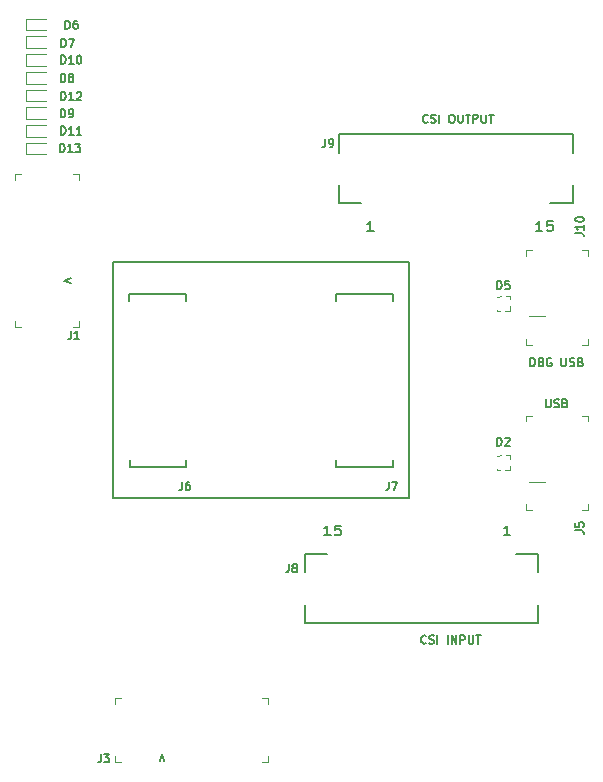
<source format=gbr>
G04 #@! TF.GenerationSoftware,KiCad,Pcbnew,5.1.5+dfsg1-2~bpo10+1*
G04 #@! TF.CreationDate,2020-02-19T22:44:21+01:00*
G04 #@! TF.ProjectId,gem-demo-board,67656d2d-6465-46d6-9f2d-626f6172642e,rev?*
G04 #@! TF.SameCoordinates,Original*
G04 #@! TF.FileFunction,Legend,Top*
G04 #@! TF.FilePolarity,Positive*
%FSLAX46Y46*%
G04 Gerber Fmt 4.6, Leading zero omitted, Abs format (unit mm)*
G04 Created by KiCad (PCBNEW 5.1.5+dfsg1-2~bpo10+1) date 2020-02-19 22:44:21*
%MOMM*%
%LPD*%
G04 APERTURE LIST*
%ADD10C,0.150000*%
%ADD11C,0.200000*%
%ADD12C,0.100000*%
%ADD13C,0.120000*%
G04 APERTURE END LIST*
D10*
X39666666Y-54645000D02*
X39133333Y-54845000D01*
X39666666Y-55045000D01*
X47620000Y-95476666D02*
X47420000Y-94943333D01*
X47220000Y-95476666D01*
X79916666Y-64866666D02*
X79916666Y-65433333D01*
X79950000Y-65500000D01*
X79983333Y-65533333D01*
X80050000Y-65566666D01*
X80183333Y-65566666D01*
X80250000Y-65533333D01*
X80283333Y-65500000D01*
X80316666Y-65433333D01*
X80316666Y-64866666D01*
X80616666Y-65533333D02*
X80716666Y-65566666D01*
X80883333Y-65566666D01*
X80950000Y-65533333D01*
X80983333Y-65500000D01*
X81016666Y-65433333D01*
X81016666Y-65366666D01*
X80983333Y-65300000D01*
X80950000Y-65266666D01*
X80883333Y-65233333D01*
X80750000Y-65200000D01*
X80683333Y-65166666D01*
X80650000Y-65133333D01*
X80616666Y-65066666D01*
X80616666Y-65000000D01*
X80650000Y-64933333D01*
X80683333Y-64900000D01*
X80750000Y-64866666D01*
X80916666Y-64866666D01*
X81016666Y-64900000D01*
X81550000Y-65200000D02*
X81650000Y-65233333D01*
X81683333Y-65266666D01*
X81716666Y-65333333D01*
X81716666Y-65433333D01*
X81683333Y-65500000D01*
X81650000Y-65533333D01*
X81583333Y-65566666D01*
X81316666Y-65566666D01*
X81316666Y-64866666D01*
X81550000Y-64866666D01*
X81616666Y-64900000D01*
X81650000Y-64933333D01*
X81683333Y-65000000D01*
X81683333Y-65066666D01*
X81650000Y-65133333D01*
X81616666Y-65166666D01*
X81550000Y-65200000D01*
X81316666Y-65200000D01*
X78600000Y-62066666D02*
X78600000Y-61366666D01*
X78766666Y-61366666D01*
X78866666Y-61400000D01*
X78933333Y-61466666D01*
X78966666Y-61533333D01*
X79000000Y-61666666D01*
X79000000Y-61766666D01*
X78966666Y-61900000D01*
X78933333Y-61966666D01*
X78866666Y-62033333D01*
X78766666Y-62066666D01*
X78600000Y-62066666D01*
X79533333Y-61700000D02*
X79633333Y-61733333D01*
X79666666Y-61766666D01*
X79700000Y-61833333D01*
X79700000Y-61933333D01*
X79666666Y-62000000D01*
X79633333Y-62033333D01*
X79566666Y-62066666D01*
X79300000Y-62066666D01*
X79300000Y-61366666D01*
X79533333Y-61366666D01*
X79600000Y-61400000D01*
X79633333Y-61433333D01*
X79666666Y-61500000D01*
X79666666Y-61566666D01*
X79633333Y-61633333D01*
X79600000Y-61666666D01*
X79533333Y-61700000D01*
X79300000Y-61700000D01*
X80366666Y-61400000D02*
X80300000Y-61366666D01*
X80200000Y-61366666D01*
X80100000Y-61400000D01*
X80033333Y-61466666D01*
X80000000Y-61533333D01*
X79966666Y-61666666D01*
X79966666Y-61766666D01*
X80000000Y-61900000D01*
X80033333Y-61966666D01*
X80100000Y-62033333D01*
X80200000Y-62066666D01*
X80266666Y-62066666D01*
X80366666Y-62033333D01*
X80400000Y-62000000D01*
X80400000Y-61766666D01*
X80266666Y-61766666D01*
X81233333Y-61366666D02*
X81233333Y-61933333D01*
X81266666Y-62000000D01*
X81300000Y-62033333D01*
X81366666Y-62066666D01*
X81500000Y-62066666D01*
X81566666Y-62033333D01*
X81600000Y-62000000D01*
X81633333Y-61933333D01*
X81633333Y-61366666D01*
X81933333Y-62033333D02*
X82033333Y-62066666D01*
X82200000Y-62066666D01*
X82266666Y-62033333D01*
X82300000Y-62000000D01*
X82333333Y-61933333D01*
X82333333Y-61866666D01*
X82300000Y-61800000D01*
X82266666Y-61766666D01*
X82200000Y-61733333D01*
X82066666Y-61700000D01*
X82000000Y-61666666D01*
X81966666Y-61633333D01*
X81933333Y-61566666D01*
X81933333Y-61500000D01*
X81966666Y-61433333D01*
X82000000Y-61400000D01*
X82066666Y-61366666D01*
X82233333Y-61366666D01*
X82333333Y-61400000D01*
X82866666Y-61700000D02*
X82966666Y-61733333D01*
X83000000Y-61766666D01*
X83033333Y-61833333D01*
X83033333Y-61933333D01*
X83000000Y-62000000D01*
X82966666Y-62033333D01*
X82900000Y-62066666D01*
X82633333Y-62066666D01*
X82633333Y-61366666D01*
X82866666Y-61366666D01*
X82933333Y-61400000D01*
X82966666Y-61433333D01*
X83000000Y-61500000D01*
X83000000Y-61566666D01*
X82966666Y-61633333D01*
X82933333Y-61666666D01*
X82866666Y-61700000D01*
X82633333Y-61700000D01*
X69916666Y-41400000D02*
X69883333Y-41433333D01*
X69783333Y-41466666D01*
X69716666Y-41466666D01*
X69616666Y-41433333D01*
X69550000Y-41366666D01*
X69516666Y-41300000D01*
X69483333Y-41166666D01*
X69483333Y-41066666D01*
X69516666Y-40933333D01*
X69550000Y-40866666D01*
X69616666Y-40800000D01*
X69716666Y-40766666D01*
X69783333Y-40766666D01*
X69883333Y-40800000D01*
X69916666Y-40833333D01*
X70183333Y-41433333D02*
X70283333Y-41466666D01*
X70450000Y-41466666D01*
X70516666Y-41433333D01*
X70550000Y-41400000D01*
X70583333Y-41333333D01*
X70583333Y-41266666D01*
X70550000Y-41200000D01*
X70516666Y-41166666D01*
X70450000Y-41133333D01*
X70316666Y-41100000D01*
X70250000Y-41066666D01*
X70216666Y-41033333D01*
X70183333Y-40966666D01*
X70183333Y-40900000D01*
X70216666Y-40833333D01*
X70250000Y-40800000D01*
X70316666Y-40766666D01*
X70483333Y-40766666D01*
X70583333Y-40800000D01*
X70883333Y-41466666D02*
X70883333Y-40766666D01*
X71883333Y-40766666D02*
X72016666Y-40766666D01*
X72083333Y-40800000D01*
X72150000Y-40866666D01*
X72183333Y-41000000D01*
X72183333Y-41233333D01*
X72150000Y-41366666D01*
X72083333Y-41433333D01*
X72016666Y-41466666D01*
X71883333Y-41466666D01*
X71816666Y-41433333D01*
X71750000Y-41366666D01*
X71716666Y-41233333D01*
X71716666Y-41000000D01*
X71750000Y-40866666D01*
X71816666Y-40800000D01*
X71883333Y-40766666D01*
X72483333Y-40766666D02*
X72483333Y-41333333D01*
X72516666Y-41400000D01*
X72550000Y-41433333D01*
X72616666Y-41466666D01*
X72750000Y-41466666D01*
X72816666Y-41433333D01*
X72850000Y-41400000D01*
X72883333Y-41333333D01*
X72883333Y-40766666D01*
X73116666Y-40766666D02*
X73516666Y-40766666D01*
X73316666Y-41466666D02*
X73316666Y-40766666D01*
X73750000Y-41466666D02*
X73750000Y-40766666D01*
X74016666Y-40766666D01*
X74083333Y-40800000D01*
X74116666Y-40833333D01*
X74150000Y-40900000D01*
X74150000Y-41000000D01*
X74116666Y-41066666D01*
X74083333Y-41100000D01*
X74016666Y-41133333D01*
X73750000Y-41133333D01*
X74450000Y-40766666D02*
X74450000Y-41333333D01*
X74483333Y-41400000D01*
X74516666Y-41433333D01*
X74583333Y-41466666D01*
X74716666Y-41466666D01*
X74783333Y-41433333D01*
X74816666Y-41400000D01*
X74850000Y-41333333D01*
X74850000Y-40766666D01*
X75083333Y-40766666D02*
X75483333Y-40766666D01*
X75283333Y-41466666D02*
X75283333Y-40766666D01*
X69766666Y-85500000D02*
X69733333Y-85533333D01*
X69633333Y-85566666D01*
X69566666Y-85566666D01*
X69466666Y-85533333D01*
X69399999Y-85466666D01*
X69366666Y-85400000D01*
X69333333Y-85266666D01*
X69333333Y-85166666D01*
X69366666Y-85033333D01*
X69399999Y-84966666D01*
X69466666Y-84900000D01*
X69566666Y-84866666D01*
X69633333Y-84866666D01*
X69733333Y-84900000D01*
X69766666Y-84933333D01*
X70033333Y-85533333D02*
X70133333Y-85566666D01*
X70299999Y-85566666D01*
X70366666Y-85533333D01*
X70399999Y-85500000D01*
X70433333Y-85433333D01*
X70433333Y-85366666D01*
X70399999Y-85300000D01*
X70366666Y-85266666D01*
X70299999Y-85233333D01*
X70166666Y-85200000D01*
X70099999Y-85166666D01*
X70066666Y-85133333D01*
X70033333Y-85066666D01*
X70033333Y-85000000D01*
X70066666Y-84933333D01*
X70099999Y-84900000D01*
X70166666Y-84866666D01*
X70333333Y-84866666D01*
X70433333Y-84900000D01*
X70733333Y-85566666D02*
X70733333Y-84866666D01*
X71599999Y-85566666D02*
X71599999Y-84866666D01*
X71933333Y-85566666D02*
X71933333Y-84866666D01*
X72333333Y-85566666D01*
X72333333Y-84866666D01*
X72666666Y-85566666D02*
X72666666Y-84866666D01*
X72933333Y-84866666D01*
X72999999Y-84900000D01*
X73033333Y-84933333D01*
X73066666Y-85000000D01*
X73066666Y-85100000D01*
X73033333Y-85166666D01*
X72999999Y-85200000D01*
X72933333Y-85233333D01*
X72666666Y-85233333D01*
X73366666Y-84866666D02*
X73366666Y-85433333D01*
X73399999Y-85500000D01*
X73433333Y-85533333D01*
X73499999Y-85566666D01*
X73633333Y-85566666D01*
X73699999Y-85533333D01*
X73733333Y-85500000D01*
X73766666Y-85433333D01*
X73766666Y-84866666D01*
X73999999Y-84866666D02*
X74399999Y-84866666D01*
X74199999Y-85566666D02*
X74199999Y-84866666D01*
D11*
X68300000Y-53250000D02*
X68300000Y-73250000D01*
X43300000Y-53250000D02*
X43300000Y-73250000D01*
X43300000Y-73250000D02*
X68300000Y-73250000D01*
X43300000Y-53250000D02*
X68300000Y-53250000D01*
D12*
X56360000Y-90210000D02*
X55860000Y-90210000D01*
X56360000Y-90210000D02*
X56360000Y-90710000D01*
X43460000Y-90210000D02*
X43960000Y-90210000D01*
X43460000Y-90210000D02*
X43460000Y-90710000D01*
X43460000Y-95610000D02*
X43960000Y-95610000D01*
X43460000Y-95610000D02*
X43460000Y-95110000D01*
X56360000Y-95610000D02*
X55860000Y-95610000D01*
X56360000Y-95610000D02*
X56360000Y-95110000D01*
D10*
X80300000Y-48250000D02*
X82175000Y-48250000D01*
X64300000Y-48250000D02*
X62425000Y-48250000D01*
X82175000Y-48250000D02*
X82175000Y-46750000D01*
X62425000Y-48250000D02*
X62425000Y-46750000D01*
X82175000Y-42450000D02*
X62425000Y-42450000D01*
X82175000Y-44000000D02*
X82175000Y-42450000D01*
X62425000Y-44000000D02*
X62425000Y-42450000D01*
X79245000Y-82260000D02*
X79245000Y-83810000D01*
X59495000Y-82260000D02*
X59495000Y-83810000D01*
X59495000Y-83810000D02*
X79245000Y-83810000D01*
X79245000Y-78010000D02*
X79245000Y-79510000D01*
X59495000Y-78010000D02*
X59495000Y-79510000D01*
X77370000Y-78010000D02*
X79245000Y-78010000D01*
X61370000Y-78010000D02*
X59495000Y-78010000D01*
D13*
X35900000Y-39650000D02*
X37600000Y-39650000D01*
X35900000Y-38850000D02*
X35900000Y-39650000D01*
X35900000Y-38650000D02*
X35900000Y-38850000D01*
X36000000Y-38650000D02*
X35900000Y-38650000D01*
X36100000Y-38650000D02*
X36000000Y-38650000D01*
X36100000Y-38650000D02*
X37600000Y-38650000D01*
D12*
X34960000Y-45820000D02*
X34960000Y-46320000D01*
X34960000Y-45820000D02*
X35460000Y-45820000D01*
X34960000Y-58720000D02*
X34960000Y-58220000D01*
X34960000Y-58720000D02*
X35460000Y-58720000D01*
X40360000Y-58720000D02*
X40360000Y-58220000D01*
X40360000Y-58720000D02*
X39860000Y-58720000D01*
X40360000Y-45820000D02*
X40360000Y-46320000D01*
X40360000Y-45820000D02*
X39860000Y-45820000D01*
D13*
X36100000Y-40150000D02*
X37600000Y-40150000D01*
X36100000Y-40150000D02*
X36000000Y-40150000D01*
X36000000Y-40150000D02*
X35900000Y-40150000D01*
X35900000Y-40150000D02*
X35900000Y-40350000D01*
X35900000Y-40350000D02*
X35900000Y-41150000D01*
X35900000Y-41150000D02*
X37600000Y-41150000D01*
X36100000Y-43150000D02*
X37600000Y-43150000D01*
X36100000Y-43150000D02*
X36000000Y-43150000D01*
X36000000Y-43150000D02*
X35900000Y-43150000D01*
X35900000Y-43150000D02*
X35900000Y-43350000D01*
X35900000Y-43350000D02*
X35900000Y-44150000D01*
X35900000Y-44150000D02*
X37600000Y-44150000D01*
X35900000Y-36650000D02*
X37600000Y-36650000D01*
X35900000Y-35850000D02*
X35900000Y-36650000D01*
X35900000Y-35650000D02*
X35900000Y-35850000D01*
X36000000Y-35650000D02*
X35900000Y-35650000D01*
X36100000Y-35650000D02*
X36000000Y-35650000D01*
X36100000Y-35650000D02*
X37600000Y-35650000D01*
X36100000Y-37150000D02*
X37600000Y-37150000D01*
X36100000Y-37150000D02*
X36000000Y-37150000D01*
X36000000Y-37150000D02*
X35900000Y-37150000D01*
X35900000Y-37150000D02*
X35900000Y-37350000D01*
X35900000Y-37350000D02*
X35900000Y-38150000D01*
X35900000Y-38150000D02*
X37600000Y-38150000D01*
X35900000Y-35150000D02*
X37600000Y-35150000D01*
X35900000Y-34350000D02*
X35900000Y-35150000D01*
X35900000Y-34150000D02*
X35900000Y-34350000D01*
X36000000Y-34150000D02*
X35900000Y-34150000D01*
X36100000Y-34150000D02*
X36000000Y-34150000D01*
X36100000Y-34150000D02*
X37600000Y-34150000D01*
X36100000Y-41650000D02*
X37600000Y-41650000D01*
X36100000Y-41650000D02*
X36000000Y-41650000D01*
X36000000Y-41650000D02*
X35900000Y-41650000D01*
X35900000Y-41650000D02*
X35900000Y-41850000D01*
X35900000Y-41850000D02*
X35900000Y-42650000D01*
X35900000Y-42650000D02*
X37600000Y-42650000D01*
X36100000Y-32650000D02*
X37600000Y-32650000D01*
X36100000Y-32650000D02*
X36000000Y-32650000D01*
X36000000Y-32650000D02*
X35900000Y-32650000D01*
X35900000Y-32650000D02*
X35900000Y-32850000D01*
X35900000Y-32850000D02*
X35900000Y-33650000D01*
X35900000Y-33650000D02*
X37600000Y-33650000D01*
D12*
X76025000Y-56100000D02*
X76150000Y-56100000D01*
X76025000Y-56100000D02*
X75925000Y-56175000D01*
X75925000Y-56175000D02*
X75775000Y-56175000D01*
X76850000Y-56425000D02*
X76850000Y-56100000D01*
X76850000Y-56100000D02*
X76575000Y-56100000D01*
X76025000Y-57400000D02*
X75750000Y-57400000D01*
X75750000Y-57400000D02*
X75750000Y-57300000D01*
X76850000Y-57000000D02*
X76850000Y-57400000D01*
X76850000Y-57400000D02*
X76475000Y-57400000D01*
D10*
X44657000Y-56524980D02*
X44657000Y-55924980D01*
X44657000Y-55924980D02*
X49457000Y-55924980D01*
X49457000Y-70011380D02*
X49457000Y-70611380D01*
X44667000Y-70614980D02*
X44667000Y-70014980D01*
X49447000Y-70614980D02*
X44667000Y-70614980D01*
X49457000Y-55924980D02*
X49457000Y-56524980D01*
X62157000Y-56524980D02*
X62157000Y-55924980D01*
X62157000Y-55924980D02*
X66957000Y-55924980D01*
X66957000Y-70011380D02*
X66957000Y-70611380D01*
X62167000Y-70614980D02*
X62167000Y-70014980D01*
X66947000Y-70614980D02*
X62167000Y-70614980D01*
X66957000Y-55924980D02*
X66957000Y-56524980D01*
D12*
X76025000Y-69600000D02*
X76150000Y-69600000D01*
X76025000Y-69600000D02*
X75925000Y-69675000D01*
X75925000Y-69675000D02*
X75775000Y-69675000D01*
X76850000Y-69925000D02*
X76850000Y-69600000D01*
X76850000Y-69600000D02*
X76575000Y-69600000D01*
X76025000Y-70900000D02*
X75750000Y-70900000D01*
X75750000Y-70900000D02*
X75750000Y-70800000D01*
X76850000Y-70500000D02*
X76850000Y-70900000D01*
X76850000Y-70900000D02*
X76475000Y-70900000D01*
X78250000Y-74250000D02*
X78750000Y-74250000D01*
X78250000Y-74250000D02*
X78250000Y-73750000D01*
X83500000Y-74250000D02*
X82950000Y-74250000D01*
X83500000Y-74250000D02*
X83500000Y-73750000D01*
X78500000Y-71850000D02*
X79800000Y-71850000D01*
X78250000Y-66250000D02*
X78750000Y-66250000D01*
X78250000Y-66250000D02*
X78250000Y-66750000D01*
X83500000Y-66250000D02*
X83000000Y-66250000D01*
X83500000Y-66250000D02*
X83500000Y-66750000D01*
X83500000Y-52250000D02*
X83500000Y-52750000D01*
X83500000Y-52250000D02*
X83000000Y-52250000D01*
X78250000Y-52250000D02*
X78250000Y-52750000D01*
X78250000Y-52250000D02*
X78750000Y-52250000D01*
X78500000Y-57850000D02*
X79800000Y-57850000D01*
X83500000Y-60250000D02*
X83500000Y-59750000D01*
X83500000Y-60250000D02*
X82950000Y-60250000D01*
X78250000Y-60250000D02*
X78250000Y-59750000D01*
X78250000Y-60250000D02*
X78750000Y-60250000D01*
D10*
X42236666Y-94926666D02*
X42236666Y-95426666D01*
X42203333Y-95526666D01*
X42136666Y-95593333D01*
X42036666Y-95626666D01*
X41970000Y-95626666D01*
X42503333Y-94926666D02*
X42936666Y-94926666D01*
X42703333Y-95193333D01*
X42803333Y-95193333D01*
X42870000Y-95226666D01*
X42903333Y-95260000D01*
X42936666Y-95326666D01*
X42936666Y-95493333D01*
X42903333Y-95560000D01*
X42870000Y-95593333D01*
X42803333Y-95626666D01*
X42603333Y-95626666D01*
X42536666Y-95593333D01*
X42503333Y-95560000D01*
X61226666Y-42846666D02*
X61226666Y-43346666D01*
X61193333Y-43446666D01*
X61126666Y-43513333D01*
X61026666Y-43546666D01*
X60960000Y-43546666D01*
X61593333Y-43546666D02*
X61726666Y-43546666D01*
X61793333Y-43513333D01*
X61826666Y-43480000D01*
X61893333Y-43380000D01*
X61926666Y-43246666D01*
X61926666Y-42980000D01*
X61893333Y-42913333D01*
X61860000Y-42880000D01*
X61793333Y-42846666D01*
X61660000Y-42846666D01*
X61593333Y-42880000D01*
X61560000Y-42913333D01*
X61526666Y-42980000D01*
X61526666Y-43146666D01*
X61560000Y-43213333D01*
X61593333Y-43246666D01*
X61660000Y-43280000D01*
X61793333Y-43280000D01*
X61860000Y-43246666D01*
X61893333Y-43213333D01*
X61926666Y-43146666D01*
D11*
X65321428Y-50611904D02*
X64778571Y-50611904D01*
X65050000Y-50611904D02*
X65050000Y-49811904D01*
X64959523Y-49926190D01*
X64869047Y-50002380D01*
X64778571Y-50040476D01*
X79619047Y-50611904D02*
X79076190Y-50611904D01*
X79347619Y-50611904D02*
X79347619Y-49811904D01*
X79257142Y-49926190D01*
X79166666Y-50002380D01*
X79076190Y-50040476D01*
X80478571Y-49811904D02*
X80026190Y-49811904D01*
X79980952Y-50192857D01*
X80026190Y-50154761D01*
X80116666Y-50116666D01*
X80342857Y-50116666D01*
X80433333Y-50154761D01*
X80478571Y-50192857D01*
X80523809Y-50269047D01*
X80523809Y-50459523D01*
X80478571Y-50535714D01*
X80433333Y-50573809D01*
X80342857Y-50611904D01*
X80116666Y-50611904D01*
X80026190Y-50573809D01*
X79980952Y-50535714D01*
D10*
X58136666Y-78826666D02*
X58136666Y-79326666D01*
X58103333Y-79426666D01*
X58036666Y-79493333D01*
X57936666Y-79526666D01*
X57870000Y-79526666D01*
X58570000Y-79126666D02*
X58503333Y-79093333D01*
X58470000Y-79060000D01*
X58436666Y-78993333D01*
X58436666Y-78960000D01*
X58470000Y-78893333D01*
X58503333Y-78860000D01*
X58570000Y-78826666D01*
X58703333Y-78826666D01*
X58770000Y-78860000D01*
X58803333Y-78893333D01*
X58836666Y-78960000D01*
X58836666Y-78993333D01*
X58803333Y-79060000D01*
X58770000Y-79093333D01*
X58703333Y-79126666D01*
X58570000Y-79126666D01*
X58503333Y-79160000D01*
X58470000Y-79193333D01*
X58436666Y-79260000D01*
X58436666Y-79393333D01*
X58470000Y-79460000D01*
X58503333Y-79493333D01*
X58570000Y-79526666D01*
X58703333Y-79526666D01*
X58770000Y-79493333D01*
X58803333Y-79460000D01*
X58836666Y-79393333D01*
X58836666Y-79260000D01*
X58803333Y-79193333D01*
X58770000Y-79160000D01*
X58703333Y-79126666D01*
D11*
X61689047Y-76371904D02*
X61146190Y-76371904D01*
X61417619Y-76371904D02*
X61417619Y-75571904D01*
X61327142Y-75686190D01*
X61236666Y-75762380D01*
X61146190Y-75800476D01*
X62548571Y-75571904D02*
X62096190Y-75571904D01*
X62050952Y-75952857D01*
X62096190Y-75914761D01*
X62186666Y-75876666D01*
X62412857Y-75876666D01*
X62503333Y-75914761D01*
X62548571Y-75952857D01*
X62593809Y-76029047D01*
X62593809Y-76219523D01*
X62548571Y-76295714D01*
X62503333Y-76333809D01*
X62412857Y-76371904D01*
X62186666Y-76371904D01*
X62096190Y-76333809D01*
X62050952Y-76295714D01*
X76891428Y-76371904D02*
X76348571Y-76371904D01*
X76620000Y-76371904D02*
X76620000Y-75571904D01*
X76529523Y-75686190D01*
X76439047Y-75762380D01*
X76348571Y-75800476D01*
D10*
X38850000Y-39566666D02*
X38850000Y-38866666D01*
X39016666Y-38866666D01*
X39116666Y-38900000D01*
X39183333Y-38966666D01*
X39216666Y-39033333D01*
X39250000Y-39166666D01*
X39250000Y-39266666D01*
X39216666Y-39400000D01*
X39183333Y-39466666D01*
X39116666Y-39533333D01*
X39016666Y-39566666D01*
X38850000Y-39566666D01*
X39916666Y-39566666D02*
X39516666Y-39566666D01*
X39716666Y-39566666D02*
X39716666Y-38866666D01*
X39650000Y-38966666D01*
X39583333Y-39033333D01*
X39516666Y-39066666D01*
X40183333Y-38933333D02*
X40216666Y-38900000D01*
X40283333Y-38866666D01*
X40450000Y-38866666D01*
X40516666Y-38900000D01*
X40550000Y-38933333D01*
X40583333Y-39000000D01*
X40583333Y-39066666D01*
X40550000Y-39166666D01*
X40150000Y-39566666D01*
X40583333Y-39566666D01*
X39696666Y-59066666D02*
X39696666Y-59566666D01*
X39663333Y-59666666D01*
X39596666Y-59733333D01*
X39496666Y-59766666D01*
X39430000Y-59766666D01*
X40396666Y-59766666D02*
X39996666Y-59766666D01*
X40196666Y-59766666D02*
X40196666Y-59066666D01*
X40130000Y-59166666D01*
X40063333Y-59233333D01*
X39996666Y-59266666D01*
X38833333Y-41016666D02*
X38833333Y-40316666D01*
X39000000Y-40316666D01*
X39100000Y-40350000D01*
X39166666Y-40416666D01*
X39200000Y-40483333D01*
X39233333Y-40616666D01*
X39233333Y-40716666D01*
X39200000Y-40850000D01*
X39166666Y-40916666D01*
X39100000Y-40983333D01*
X39000000Y-41016666D01*
X38833333Y-41016666D01*
X39566666Y-41016666D02*
X39700000Y-41016666D01*
X39766666Y-40983333D01*
X39800000Y-40950000D01*
X39866666Y-40850000D01*
X39900000Y-40716666D01*
X39900000Y-40450000D01*
X39866666Y-40383333D01*
X39833333Y-40350000D01*
X39766666Y-40316666D01*
X39633333Y-40316666D01*
X39566666Y-40350000D01*
X39533333Y-40383333D01*
X39500000Y-40450000D01*
X39500000Y-40616666D01*
X39533333Y-40683333D01*
X39566666Y-40716666D01*
X39633333Y-40750000D01*
X39766666Y-40750000D01*
X39833333Y-40716666D01*
X39866666Y-40683333D01*
X39900000Y-40616666D01*
X38770000Y-43966666D02*
X38770000Y-43266666D01*
X38936666Y-43266666D01*
X39036666Y-43300000D01*
X39103333Y-43366666D01*
X39136666Y-43433333D01*
X39170000Y-43566666D01*
X39170000Y-43666666D01*
X39136666Y-43800000D01*
X39103333Y-43866666D01*
X39036666Y-43933333D01*
X38936666Y-43966666D01*
X38770000Y-43966666D01*
X39836666Y-43966666D02*
X39436666Y-43966666D01*
X39636666Y-43966666D02*
X39636666Y-43266666D01*
X39570000Y-43366666D01*
X39503333Y-43433333D01*
X39436666Y-43466666D01*
X40070000Y-43266666D02*
X40503333Y-43266666D01*
X40270000Y-43533333D01*
X40370000Y-43533333D01*
X40436666Y-43566666D01*
X40470000Y-43600000D01*
X40503333Y-43666666D01*
X40503333Y-43833333D01*
X40470000Y-43900000D01*
X40436666Y-43933333D01*
X40370000Y-43966666D01*
X40170000Y-43966666D01*
X40103333Y-43933333D01*
X40070000Y-43900000D01*
X38850000Y-36466666D02*
X38850000Y-35766666D01*
X39016666Y-35766666D01*
X39116666Y-35800000D01*
X39183333Y-35866666D01*
X39216666Y-35933333D01*
X39250000Y-36066666D01*
X39250000Y-36166666D01*
X39216666Y-36300000D01*
X39183333Y-36366666D01*
X39116666Y-36433333D01*
X39016666Y-36466666D01*
X38850000Y-36466666D01*
X39916666Y-36466666D02*
X39516666Y-36466666D01*
X39716666Y-36466666D02*
X39716666Y-35766666D01*
X39650000Y-35866666D01*
X39583333Y-35933333D01*
X39516666Y-35966666D01*
X40350000Y-35766666D02*
X40416666Y-35766666D01*
X40483333Y-35800000D01*
X40516666Y-35833333D01*
X40550000Y-35900000D01*
X40583333Y-36033333D01*
X40583333Y-36200000D01*
X40550000Y-36333333D01*
X40516666Y-36400000D01*
X40483333Y-36433333D01*
X40416666Y-36466666D01*
X40350000Y-36466666D01*
X40283333Y-36433333D01*
X40250000Y-36400000D01*
X40216666Y-36333333D01*
X40183333Y-36200000D01*
X40183333Y-36033333D01*
X40216666Y-35900000D01*
X40250000Y-35833333D01*
X40283333Y-35800000D01*
X40350000Y-35766666D01*
X38833333Y-38016666D02*
X38833333Y-37316666D01*
X39000000Y-37316666D01*
X39100000Y-37350000D01*
X39166666Y-37416666D01*
X39200000Y-37483333D01*
X39233333Y-37616666D01*
X39233333Y-37716666D01*
X39200000Y-37850000D01*
X39166666Y-37916666D01*
X39100000Y-37983333D01*
X39000000Y-38016666D01*
X38833333Y-38016666D01*
X39633333Y-37616666D02*
X39566666Y-37583333D01*
X39533333Y-37550000D01*
X39500000Y-37483333D01*
X39500000Y-37450000D01*
X39533333Y-37383333D01*
X39566666Y-37350000D01*
X39633333Y-37316666D01*
X39766666Y-37316666D01*
X39833333Y-37350000D01*
X39866666Y-37383333D01*
X39900000Y-37450000D01*
X39900000Y-37483333D01*
X39866666Y-37550000D01*
X39833333Y-37583333D01*
X39766666Y-37616666D01*
X39633333Y-37616666D01*
X39566666Y-37650000D01*
X39533333Y-37683333D01*
X39500000Y-37750000D01*
X39500000Y-37883333D01*
X39533333Y-37950000D01*
X39566666Y-37983333D01*
X39633333Y-38016666D01*
X39766666Y-38016666D01*
X39833333Y-37983333D01*
X39866666Y-37950000D01*
X39900000Y-37883333D01*
X39900000Y-37750000D01*
X39866666Y-37683333D01*
X39833333Y-37650000D01*
X39766666Y-37616666D01*
X38883333Y-35066666D02*
X38883333Y-34366666D01*
X39050000Y-34366666D01*
X39150000Y-34400000D01*
X39216666Y-34466666D01*
X39250000Y-34533333D01*
X39283333Y-34666666D01*
X39283333Y-34766666D01*
X39250000Y-34900000D01*
X39216666Y-34966666D01*
X39150000Y-35033333D01*
X39050000Y-35066666D01*
X38883333Y-35066666D01*
X39516666Y-34366666D02*
X39983333Y-34366666D01*
X39683333Y-35066666D01*
X38850000Y-42466666D02*
X38850000Y-41766666D01*
X39016666Y-41766666D01*
X39116666Y-41800000D01*
X39183333Y-41866666D01*
X39216666Y-41933333D01*
X39250000Y-42066666D01*
X39250000Y-42166666D01*
X39216666Y-42300000D01*
X39183333Y-42366666D01*
X39116666Y-42433333D01*
X39016666Y-42466666D01*
X38850000Y-42466666D01*
X39916666Y-42466666D02*
X39516666Y-42466666D01*
X39716666Y-42466666D02*
X39716666Y-41766666D01*
X39650000Y-41866666D01*
X39583333Y-41933333D01*
X39516666Y-41966666D01*
X40583333Y-42466666D02*
X40183333Y-42466666D01*
X40383333Y-42466666D02*
X40383333Y-41766666D01*
X40316666Y-41866666D01*
X40250000Y-41933333D01*
X40183333Y-41966666D01*
X39223333Y-33506666D02*
X39223333Y-32806666D01*
X39390000Y-32806666D01*
X39490000Y-32840000D01*
X39556666Y-32906666D01*
X39590000Y-32973333D01*
X39623333Y-33106666D01*
X39623333Y-33206666D01*
X39590000Y-33340000D01*
X39556666Y-33406666D01*
X39490000Y-33473333D01*
X39390000Y-33506666D01*
X39223333Y-33506666D01*
X40223333Y-32806666D02*
X40090000Y-32806666D01*
X40023333Y-32840000D01*
X39990000Y-32873333D01*
X39923333Y-32973333D01*
X39890000Y-33106666D01*
X39890000Y-33373333D01*
X39923333Y-33440000D01*
X39956666Y-33473333D01*
X40023333Y-33506666D01*
X40156666Y-33506666D01*
X40223333Y-33473333D01*
X40256666Y-33440000D01*
X40290000Y-33373333D01*
X40290000Y-33206666D01*
X40256666Y-33140000D01*
X40223333Y-33106666D01*
X40156666Y-33073333D01*
X40023333Y-33073333D01*
X39956666Y-33106666D01*
X39923333Y-33140000D01*
X39890000Y-33206666D01*
X75783333Y-55566666D02*
X75783333Y-54866666D01*
X75950000Y-54866666D01*
X76050000Y-54900000D01*
X76116666Y-54966666D01*
X76150000Y-55033333D01*
X76183333Y-55166666D01*
X76183333Y-55266666D01*
X76150000Y-55400000D01*
X76116666Y-55466666D01*
X76050000Y-55533333D01*
X75950000Y-55566666D01*
X75783333Y-55566666D01*
X76816666Y-54866666D02*
X76483333Y-54866666D01*
X76450000Y-55200000D01*
X76483333Y-55166666D01*
X76550000Y-55133333D01*
X76716666Y-55133333D01*
X76783333Y-55166666D01*
X76816666Y-55200000D01*
X76850000Y-55266666D01*
X76850000Y-55433333D01*
X76816666Y-55500000D01*
X76783333Y-55533333D01*
X76716666Y-55566666D01*
X76550000Y-55566666D01*
X76483333Y-55533333D01*
X76450000Y-55500000D01*
X49099466Y-71866666D02*
X49099466Y-72366666D01*
X49066133Y-72466666D01*
X48999466Y-72533333D01*
X48899466Y-72566666D01*
X48832800Y-72566666D01*
X49732800Y-71866666D02*
X49599466Y-71866666D01*
X49532800Y-71900000D01*
X49499466Y-71933333D01*
X49432800Y-72033333D01*
X49399466Y-72166666D01*
X49399466Y-72433333D01*
X49432800Y-72500000D01*
X49466133Y-72533333D01*
X49532800Y-72566666D01*
X49666133Y-72566666D01*
X49732800Y-72533333D01*
X49766133Y-72500000D01*
X49799466Y-72433333D01*
X49799466Y-72266666D01*
X49766133Y-72200000D01*
X49732800Y-72166666D01*
X49666133Y-72133333D01*
X49532800Y-72133333D01*
X49466133Y-72166666D01*
X49432800Y-72200000D01*
X49399466Y-72266666D01*
X66599466Y-71866666D02*
X66599466Y-72366666D01*
X66566133Y-72466666D01*
X66499466Y-72533333D01*
X66399466Y-72566666D01*
X66332800Y-72566666D01*
X66866133Y-71866666D02*
X67332800Y-71866666D01*
X67032800Y-72566666D01*
X75783333Y-68816666D02*
X75783333Y-68116666D01*
X75950000Y-68116666D01*
X76050000Y-68150000D01*
X76116666Y-68216666D01*
X76150000Y-68283333D01*
X76183333Y-68416666D01*
X76183333Y-68516666D01*
X76150000Y-68650000D01*
X76116666Y-68716666D01*
X76050000Y-68783333D01*
X75950000Y-68816666D01*
X75783333Y-68816666D01*
X76450000Y-68183333D02*
X76483333Y-68150000D01*
X76550000Y-68116666D01*
X76716666Y-68116666D01*
X76783333Y-68150000D01*
X76816666Y-68183333D01*
X76850000Y-68250000D01*
X76850000Y-68316666D01*
X76816666Y-68416666D01*
X76416666Y-68816666D01*
X76850000Y-68816666D01*
X82416666Y-75983333D02*
X82916666Y-75983333D01*
X83016666Y-76016666D01*
X83083333Y-76083333D01*
X83116666Y-76183333D01*
X83116666Y-76250000D01*
X82416666Y-75316666D02*
X82416666Y-75650000D01*
X82750000Y-75683333D01*
X82716666Y-75650000D01*
X82683333Y-75583333D01*
X82683333Y-75416666D01*
X82716666Y-75350000D01*
X82750000Y-75316666D01*
X82816666Y-75283333D01*
X82983333Y-75283333D01*
X83050000Y-75316666D01*
X83083333Y-75350000D01*
X83116666Y-75416666D01*
X83116666Y-75583333D01*
X83083333Y-75650000D01*
X83050000Y-75683333D01*
X82416666Y-50816666D02*
X82916666Y-50816666D01*
X83016666Y-50850000D01*
X83083333Y-50916666D01*
X83116666Y-51016666D01*
X83116666Y-51083333D01*
X83116666Y-50116666D02*
X83116666Y-50516666D01*
X83116666Y-50316666D02*
X82416666Y-50316666D01*
X82516666Y-50383333D01*
X82583333Y-50450000D01*
X82616666Y-50516666D01*
X82416666Y-49683333D02*
X82416666Y-49616666D01*
X82450000Y-49550000D01*
X82483333Y-49516666D01*
X82550000Y-49483333D01*
X82683333Y-49450000D01*
X82850000Y-49450000D01*
X82983333Y-49483333D01*
X83050000Y-49516666D01*
X83083333Y-49550000D01*
X83116666Y-49616666D01*
X83116666Y-49683333D01*
X83083333Y-49750000D01*
X83050000Y-49783333D01*
X82983333Y-49816666D01*
X82850000Y-49850000D01*
X82683333Y-49850000D01*
X82550000Y-49816666D01*
X82483333Y-49783333D01*
X82450000Y-49750000D01*
X82416666Y-49683333D01*
M02*

</source>
